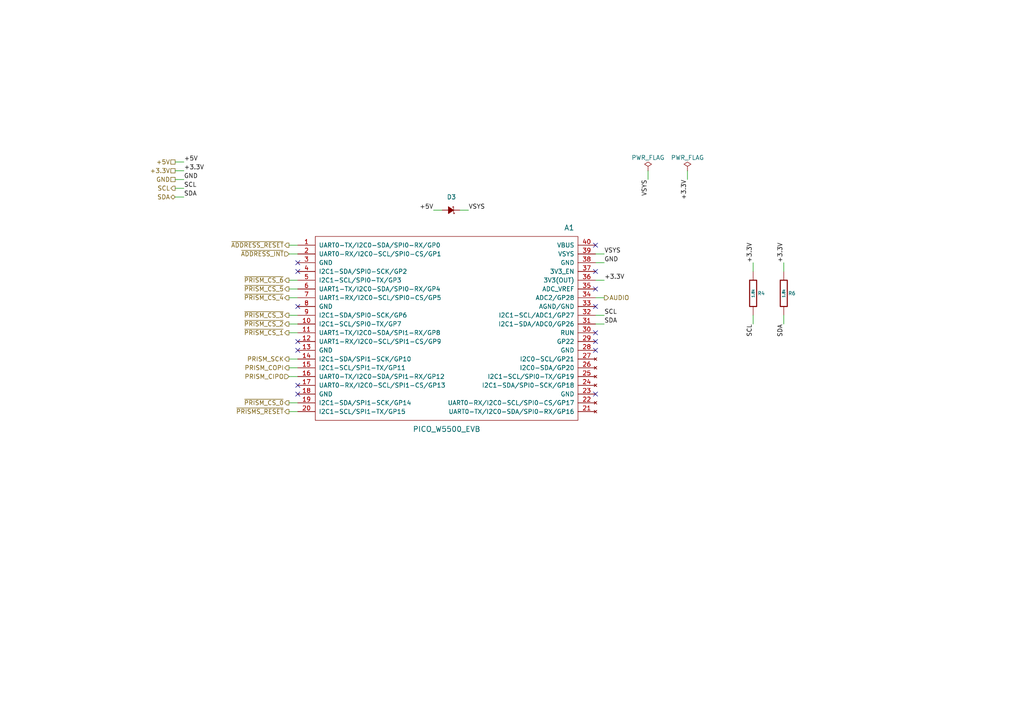
<source format=kicad_sch>
(kicad_sch (version 20230121) (generator eeschema)
  (paper "A4")
  (title_block (title "mouse-joystick-pcb") (date "2024-08-05") (rev "1.0") (company "Peter Polidoro"))
  (lib_symbols
    (symbol "Janelia:D_SCHOTTKY_20V_1A" (pin_numbers hide) (pin_names (offset 0.254) hide)
      (property "Reference" "D" (at -1.27 2.032 0))
      (symbol "D_SCHOTTKY_20V_1A_0_1"
        (polyline (pts (xy -0.762 -1.016) (xy -0.762 1.016)))
        (polyline (pts (xy -0.762 -1.016) (xy -0.508 -1.016) (xy -0.508 -0.762)))
        (polyline (pts (xy -0.762 1.016) (xy -1.016 1.016) (xy -1.016 0.762)))
        (polyline (pts (xy 0.762 -1.016) (xy -0.762 0) (xy 0.762 1.016) (xy 0.762 -1.016)) (fill (type outline)))
      )
      (symbol "D_SCHOTTKY_20V_1A_1_1"
        (pin passive line (at -2.54 0 0) (length 1.778) (name "K") (number "1"))
        (pin passive line (at 2.54 0 180) (length 1.778) (name "A") (number "2"))
      )
    )
    (symbol "Janelia:PICO-W5500-EVB_HEADER_HOLES" (pin_names (offset 1.016)) (in_bom no)
      (property "Reference" "A" (at 35.56 29.21 0))
      (property "Value" "PICO_W5500_EVB" (at 0 -29.21 0))
      (symbol "PICO-W5500-EVB_HEADER_HOLES_0_1"
        (rectangle (start -38.1 26.67) (end 38.1 -26.67))
      )
      (symbol "PICO-W5500-EVB_HEADER_HOLES_1_1"
        (pin bidirectional line (at -43.18 24.13 0) (length 5.08) (name "UART0-TX/I2C0-SDA/SPI0-RX/GP0") (number "1"))
        (pin bidirectional line (at -43.18 1.27 0) (length 5.08) (name "I2C1-SCL/SPI0-TX/GP7") (number "10"))
        (pin bidirectional line (at -43.18 -1.27 0) (length 5.08) (name "UART1-TX/I2C0-SDA/SPI1-RX/GP8") (number "11"))
        (pin bidirectional line (at -43.18 -3.81 0) (length 5.08) (name "UART1-RX/I2C0-SCL/SPI1-CS/GP9") (number "12"))
        (pin passive line (at -43.18 -6.35 0) (length 5.08) (name "GND") (number "13"))
        (pin bidirectional line (at -43.18 -8.89 0) (length 5.08) (name "I2C1-SDA/SPI1-SCK/GP10") (number "14"))
        (pin bidirectional line (at -43.18 -11.43 0) (length 5.08) (name "I2C1-SCL/SPI1-TX/GP11") (number "15"))
        (pin bidirectional line (at -43.18 -13.97 0) (length 5.08) (name "UART0-TX/I2C0-SDA/SPI1-RX/GP12") (number "16"))
        (pin bidirectional line (at -43.18 -16.51 0) (length 5.08) (name "UART0-RX/I2C0-SCL/SPI1-CS/GP13") (number "17"))
        (pin passive line (at -43.18 -19.05 0) (length 5.08) (name "GND") (number "18"))
        (pin bidirectional line (at -43.18 -21.59 0) (length 5.08) (name "I2C1-SDA/SPI1-SCK/GP14") (number "19"))
        (pin bidirectional line (at -43.18 21.59 0) (length 5.08) (name "UART0-RX/I2C0-SCL/SPI0-CS/GP1") (number "2"))
        (pin bidirectional line (at -43.18 -24.13 0) (length 5.08) (name "I2C1-SCL/SPI1-TX/GP15") (number "20"))
        (pin no_connect line (at 43.18 -24.13 180) (length 5.08) (name "UART0-TX/I2C0-SDA/SPI0-RX/GP16") (number "21"))
        (pin no_connect line (at 43.18 -21.59 180) (length 5.08) (name "UART0-RX/I2C0-SCL/SPI0-CS/GP17") (number "22"))
        (pin passive line (at 43.18 -19.05 180) (length 5.08) (name "GND") (number "23"))
        (pin no_connect line (at 43.18 -16.51 180) (length 5.08) (name "I2C1-SDA/SPI0-SCK/GP18") (number "24"))
        (pin no_connect line (at 43.18 -13.97 180) (length 5.08) (name "I2C1-SCL/SPI0-TX/GP19") (number "25"))
        (pin no_connect line (at 43.18 -11.43 180) (length 5.08) (name "I2C0-SDA/GP20") (number "26"))
        (pin no_connect line (at 43.18 -8.89 180) (length 5.08) (name "I2C0-SCL/GP21") (number "27"))
        (pin passive line (at 43.18 -6.35 180) (length 5.08) (name "GND") (number "28"))
        (pin passive line (at 43.18 -3.81 180) (length 5.08) (name "GP22") (number "29"))
        (pin passive line (at -43.18 19.05 0) (length 5.08) (name "GND") (number "3"))
        (pin passive line (at 43.18 -1.27 180) (length 5.08) (name "RUN") (number "30"))
        (pin passive line (at 43.18 1.27 180) (length 5.08) (name "I2C1-SDA/ADC0/GP26") (number "31"))
        (pin passive line (at 43.18 3.81 180) (length 5.08) (name "I2C1-SCL/ADC1/GP27") (number "32"))
        (pin passive line (at 43.18 6.35 180) (length 5.08) (name "AGND/GND") (number "33"))
        (pin passive line (at 43.18 8.89 180) (length 5.08) (name "ADC2/GP28") (number "34"))
        (pin passive line (at 43.18 11.43 180) (length 5.08) (name "ADC_VREF") (number "35"))
        (pin passive line (at 43.18 13.97 180) (length 5.08) (name "3V3(OUT)") (number "36"))
        (pin passive line (at 43.18 16.51 180) (length 5.08) (name "3V3_EN") (number "37"))
        (pin passive line (at 43.18 19.05 180) (length 5.08) (name "GND") (number "38"))
        (pin passive line (at 43.18 21.59 180) (length 5.08) (name "VSYS") (number "39"))
        (pin bidirectional line (at -43.18 16.51 0) (length 5.08) (name "I2C1-SDA/SPI0-SCK/GP2") (number "4"))
        (pin passive line (at 43.18 24.13 180) (length 5.08) (name "VBUS") (number "40"))
        (pin bidirectional line (at -43.18 13.97 0) (length 5.08) (name "I2C1-SCL/SPI0-TX/GP3") (number "5"))
        (pin bidirectional line (at -43.18 11.43 0) (length 5.08) (name "UART1-TX/I2C0-SDA/SPI0-RX/GP4") (number "6"))
        (pin bidirectional line (at -43.18 8.89 0) (length 5.08) (name "UART1-RX/I2C0-SCL/SPI0-CS/GP5") (number "7"))
        (pin passive line (at -43.18 6.35 0) (length 5.08) (name "GND") (number "8"))
        (pin bidirectional line (at -43.18 3.81 0) (length 5.08) (name "I2C1-SDA/SPI0-SCK/GP6") (number "9"))
      )
    )
    (symbol "Janelia:R_1.8k_0402" (pin_numbers hide) (pin_names (offset 0))
      (property "Reference" "R" (at 2.032 0 90))
      (property "Value" "1.8k" (at 0 0 90))
      (symbol "R_1.8k_0402_0_1"
        (rectangle (start -1.016 3.81) (end 1.016 -3.81) (stroke (width 0.3048)))
      )
      (symbol "R_1.8k_0402_1_1"
        (pin passive line (at 0 6.35 270) (length 2.54) (name "~") (number "1"))
        (pin passive line (at 0 -6.35 90) (length 2.54) (name "~") (number "2"))
      )
    )
    (symbol "power:PWR_FLAG" (power) (pin_numbers hide) (pin_names (offset 0) hide)
      (property "Value" "PWR_FLAG" (at 0 3.81 0))
      (symbol "PWR_FLAG_0_0"
        (pin power_out line (at 0 0 90) (length 0) (name "pwr") (number "1"))
      )
      (symbol "PWR_FLAG_0_1"
        (polyline (pts (xy 0 0) (xy 0 1.27) (xy -1.016 1.905) (xy 0 2.54) (xy 1.016 1.905) (xy 0 1.27)))
      )
    )
  )
  (no_connect (at 172.72 114.3))
  (no_connect (at 172.72 88.9))
  (no_connect (at 86.36 88.9))
  (no_connect (at 86.36 101.6))
  (no_connect (at 172.72 78.74))
  (no_connect (at 86.36 78.74))
  (no_connect (at 86.36 114.3))
  (no_connect (at 172.72 96.52))
  (no_connect (at 172.72 101.6))
  (no_connect (at 86.36 99.06))
  (no_connect (at 172.72 83.82))
  (no_connect (at 86.36 76.2))
  (no_connect (at 172.72 71.12))
  (no_connect (at 172.72 99.06))
  (no_connect (at 86.36 111.76))
  (wire (pts (xy 128.27 60.96) (xy 125.73 60.96)))
  (wire (pts (xy 133.35 60.96) (xy 135.89 60.96)))
  (wire (pts (xy 172.72 93.98) (xy 175.26 93.98)))
  (wire (pts (xy 83.82 116.84) (xy 86.36 116.84)))
  (wire (pts (xy 83.82 83.82) (xy 86.36 83.82)))
  (wire (pts (xy 50.8 52.07) (xy 53.34 52.07)))
  (wire (pts (xy 199.39 49.53) (xy 199.39 52.07)))
  (wire (pts (xy 83.82 96.52) (xy 86.36 96.52)))
  (wire (pts (xy 227.33 91.44) (xy 227.33 93.98)))
  (wire (pts (xy 83.82 73.66) (xy 86.36 73.66)))
  (wire (pts (xy 172.72 81.28) (xy 175.26 81.28)))
  (wire (pts (xy 83.82 91.44) (xy 86.36 91.44)))
  (wire (pts (xy 50.8 54.61) (xy 53.34 54.61)))
  (wire (pts (xy 187.96 49.53) (xy 187.96 52.07)))
  (wire (pts (xy 83.82 104.14) (xy 86.36 104.14)))
  (wire (pts (xy 50.8 49.53) (xy 53.34 49.53)))
  (wire (pts (xy 172.72 91.44) (xy 175.26 91.44)))
  (wire (pts (xy 83.82 81.28) (xy 86.36 81.28)))
  (wire (pts (xy 83.82 106.68) (xy 86.36 106.68)))
  (wire (pts (xy 50.8 46.99) (xy 53.34 46.99)))
  (wire (pts (xy 50.8 57.15) (xy 53.34 57.15)))
  (wire (pts (xy 172.72 76.2) (xy 175.26 76.2)))
  (wire (pts (xy 83.82 119.38) (xy 86.36 119.38)))
  (wire (pts (xy 172.72 86.36) (xy 175.26 86.36)))
  (wire (pts (xy 227.33 78.74) (xy 227.33 76.2)))
  (wire (pts (xy 83.82 109.22) (xy 86.36 109.22)))
  (wire (pts (xy 218.44 91.44) (xy 218.44 93.98)))
  (wire (pts (xy 172.72 73.66) (xy 175.26 73.66)))
  (wire (pts (xy 218.44 78.74) (xy 218.44 76.2)))
  (wire (pts (xy 83.82 93.98) (xy 86.36 93.98)))
  (wire (pts (xy 83.82 86.36) (xy 86.36 86.36)))
  (wire (pts (xy 83.82 71.12) (xy 86.36 71.12)))
  (label "+3.3V" (at 175.26 81.28 0))
  (label "+3.3V" (at 199.39 52.07 270))
  (label "SDA" (at 227.33 93.98 270))
  (label "SDA" (at 175.26 93.98 0))
  (label "SCL" (at 175.26 91.44 0))
  (label "GND" (at 53.34 52.07 0))
  (label "GND" (at 175.26 76.2 0))
  (label "SCL" (at 218.44 93.98 270))
  (label "VSYS" (at 135.89 60.96 0))
  (label "VSYS" (at 175.26 73.66 0))
  (label "VSYS" (at 187.96 52.07 270))
  (label "+5V" (at 53.34 46.99 0))
  (label "SCL" (at 53.34 54.61 0))
  (label "+3.3V" (at 227.33 76.2 90))
  (label "+5V" (at 125.73 60.96 180))
  (label "+3.3V" (at 53.34 49.53 0))
  (label "+3.3V" (at 218.44 76.2 90))
  (label "SDA" (at 53.34 57.15 0))
  (hierarchical_label "~{PRISM_CS_1}" (shape output) (at 83.82 96.52 180))
  (hierarchical_label "+5V" (shape passive) (at 50.8 46.99 180))
  (hierarchical_label "~{PRISM_CS_0}" (shape output) (at 83.82 116.84 180))
  (hierarchical_label "AUDIO" (shape output) (at 175.26 86.36 0))
  (hierarchical_label "PRISM_COPI" (shape output) (at 83.82 106.68 180))
  (hierarchical_label "~{ADDRESS_RESET}" (shape output) (at 83.82 71.12 180))
  (hierarchical_label "~{ADDRESS_INT}" (shape input) (at 83.82 73.66 180))
  (hierarchical_label "~{PRISM_CS_6}" (shape output) (at 83.82 81.28 180))
  (hierarchical_label "PRISM_CIPO" (shape input) (at 83.82 109.22 180))
  (hierarchical_label "~{PRISM_CS_5}" (shape output) (at 83.82 83.82 180))
  (hierarchical_label "GND" (shape passive) (at 50.8 52.07 180))
  (hierarchical_label "~{PRISM_CS_2}" (shape output) (at 83.82 93.98 180))
  (hierarchical_label "+3.3V" (shape passive) (at 50.8 49.53 180))
  (hierarchical_label "SDA" (shape bidirectional) (at 50.8 57.15 180))
  (hierarchical_label "SCL" (shape output) (at 50.8 54.61 180))
  (hierarchical_label "PRISM_SCK" (shape output) (at 83.82 104.14 180))
  (hierarchical_label "~{PRISM_CS_3}" (shape output) (at 83.82 91.44 180))
  (hierarchical_label "~{PRISMS_RESET}" (shape output) (at 83.82 119.38 180))
  (hierarchical_label "~{PRISM_CS_4}" (shape output) (at 83.82 86.36 180))
  (symbol (lib_id "power:PWR_FLAG") (at 187.96 49.53 0) (unit 1)
    (property "Reference" "#FLG05" (effects hide))
    (property "Value" "PWR_FLAG" (at 187.96 45.72 0))
  )
  (symbol (lib_id "Janelia:R_1.8k_0402") (at 227.33 85.09 0) (unit 1)
    (property "Reference" "R6" (at 228.6 85.09 0) (effects (font (size 1.016 1.016)) (justify left)))
    (property "Value" "1.8k" (at 227.33 85.09 90) (effects (font (size 0.762 0.762))))
    (property "Footprint" "Janelia:R_0402_1005Metric" (effects hide))
    (property "Vendor" "JLCPCB" (effects hide))
    (property "Vendor Part Number" "C409855" (effects hide))
    (property "Synopsis" "RES SMD 1.8K OHM 5% 100mW" (effects hide))
    (property "Package" "0402" (effects hide))
    (property "Manufacturer" "PANASONIC" (effects hide))
    (property "Manufacturer Part Number" "ERJ2GEJ182X" (effects hide))
    (property "LCSC" "C409855" (effects hide))
  )
  (symbol (lib_id "power:PWR_FLAG") (at 199.39 49.53 0) (unit 1)
    (property "Reference" "#FLG06" (effects hide))
    (property "Value" "PWR_FLAG" (at 199.39 45.72 0))
  )
  (symbol (lib_id "Janelia:R_1.8k_0402") (at 218.44 85.09 0) (unit 1)
    (property "Reference" "R4" (at 219.71 85.09 0) (effects (font (size 1.016 1.016)) (justify left)))
    (property "Value" "1.8k" (at 218.44 85.09 90) (effects (font (size 0.762 0.762))))
    (property "Footprint" "Janelia:R_0402_1005Metric" (effects hide))
    (property "Vendor" "JLCPCB" (effects hide))
    (property "Vendor Part Number" "C409855" (effects hide))
    (property "Synopsis" "RES SMD 1.8K OHM 5% 100mW" (effects hide))
    (property "Package" "0402" (effects hide))
    (property "Manufacturer" "PANASONIC" (effects hide))
    (property "Manufacturer Part Number" "ERJ2GEJ182X" (effects hide))
    (property "LCSC" "C409855" (effects hide))
  )
  (symbol (lib_id "Janelia:D_SCHOTTKY_20V_1A") (at 130.81 60.96 180) (unit 1)
    (property "Reference" "D3" (at 130.937 57.15 0))
    (property "Value" "D_SCHOTTKY_20V_1A" (effects hide))
    (property "Footprint" "Janelia:SOD-123FL" (effects hide))
    (property "Vendor" "Digi-Key" (effects hide))
    (property "Vendor Part Number" "MBR120VLSFT1GOSCT-ND" (effects hide))
    (property "Synopsis" "DIODE SCHOTTKY 20V 1A" (effects hide))
    (property "Manufacturer" "onsemi" (effects hide))
    (property "Manufacturer Part Number" "MBR120VLSFT1G" (effects hide))
    (property "Package" "SOD-123FL" (effects hide))
    (property "Sim.Enable" "0" (effects hide))
    (property "LCSC" "C223608" (effects hide))
  )
  (symbol (lib_id "Janelia:PICO-W5500-EVB_HEADER_HOLES") (at 129.54 95.25 0) (unit 1) (in_bom no)
    (property "Reference" "A1" (at 165.1 66.04 0) (effects (font (size 1.524 1.524))))
    (property "Value" "PICO_W5500_EVB" (at 129.54 124.46 0) (effects (font (size 1.524 1.524))))
    (property "Footprint" "Janelia:Pico-W5500-EVB_Header_Holes" (effects hide))
    (property "Sim.Enable" "0" (effects hide))
  )
)
</source>
